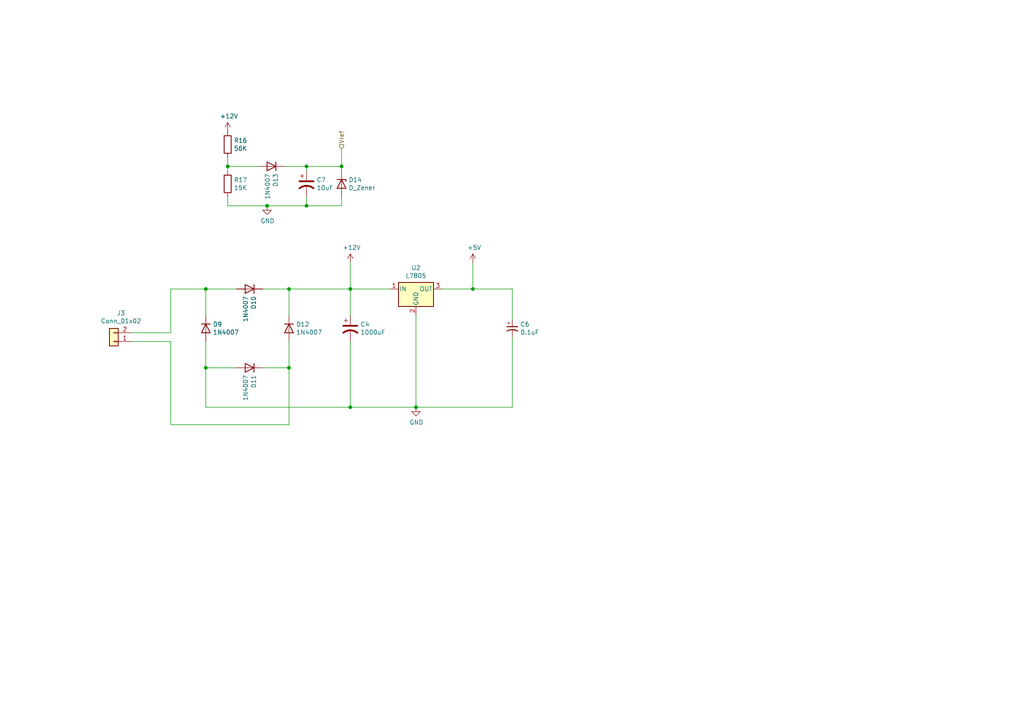
<source format=kicad_sch>
(kicad_sch (version 20211123) (generator eeschema)
  (paper "A4")
  (lib_symbols
    (symbol "Connector_Generic:Conn_01x02" (pin_names (offset 1.016) hide)
      (property "Reference" "J" (at 0 2.54 0))
      (property "Value" "Conn_01x02" (at 0 -5.08 0))
      (symbol "Conn_01x02_1_1"
        (rectangle (start -1.27 -2.413) (end 0 -2.667) (stroke (width 0.1524)))
        (rectangle (start -1.27 0.127) (end 0 -0.127) (stroke (width 0.1524)))
        (rectangle (start -1.27 1.27) (end 1.27 -3.81) (stroke (width 0.254)) (fill (type background)))
        (pin passive line (at -5.08 0 0) (length 3.81) (name "Pin_1") (number "1"))
        (pin passive line (at -5.08 -2.54 0) (length 3.81) (name "Pin_2") (number "2"))
      )
    )
    (symbol "Device:D_Zener" (pin_numbers hide) (pin_names (offset 1.016) hide)
      (property "Reference" "D" (at 0 2.54 0))
      (property "Value" "D_Zener" (at 0 -2.54 0))
      (symbol "D_Zener_0_1"
        (polyline (pts (xy 1.27 0) (xy -1.27 0)))
        (polyline (pts (xy -1.27 -1.27) (xy -1.27 1.27) (xy -0.762 1.27)) (stroke (width 0.254)))
        (polyline (pts (xy 1.27 -1.27) (xy 1.27 1.27) (xy -1.27 0) (xy 1.27 -1.27)) (stroke (width 0.254)))
      )
      (symbol "D_Zener_1_1"
        (pin passive line (at -3.81 0 0) (length 2.54) (name "K") (number "1"))
        (pin passive line (at 3.81 0 180) (length 2.54) (name "A") (number "2"))
      )
    )
    (symbol "Device:R" (pin_numbers hide) (pin_names (offset 0))
      (property "Reference" "R" (at 2.032 0 90))
      (property "Value" "R" (at 0 0 90))
      (symbol "R_0_1"
        (rectangle (start -1.016 -2.54) (end 1.016 2.54) (stroke (width 0.254)))
      )
      (symbol "R_1_1"
        (pin passive line (at 0 3.81 270) (length 1.27) (name "~") (number "1"))
        (pin passive line (at 0 -3.81 90) (length 1.27) (name "~") (number "2"))
      )
    )
    (symbol "Diode:1N4007" (pin_numbers hide) (pin_names (offset 1.016) hide)
      (property "Reference" "D" (at 0 2.54 0))
      (property "Value" "1N4007" (at 0 -2.54 0))
      (symbol "1N4007_0_1"
        (polyline (pts (xy -1.27 1.27) (xy -1.27 -1.27)) (stroke (width 0.254)))
        (polyline (pts (xy 1.27 0) (xy -1.27 0)))
        (polyline (pts (xy 1.27 1.27) (xy 1.27 -1.27) (xy -1.27 0) (xy 1.27 1.27)) (stroke (width 0.254)))
      )
      (symbol "1N4007_1_1"
        (pin passive line (at -3.81 0 0) (length 2.54) (name "K") (number "1"))
        (pin passive line (at 3.81 0 180) (length 2.54) (name "A") (number "2"))
      )
    )
    (symbol "Oflow_pcb-rescue:CP1-Device" (pin_numbers hide) (pin_names (offset 0.254) hide)
      (property "Reference" "C" (at 0.635 2.54 0))
      (property "Value" "CP1-Device" (at 0.635 -2.54 0))
      (symbol "CP1-Device_0_1"
        (polyline (pts (xy -2.032 0.762) (xy 2.032 0.762)) (stroke (width 0.508)))
        (polyline (pts (xy -1.778 2.286) (xy -0.762 2.286)))
        (polyline (pts (xy -1.27 1.778) (xy -1.27 2.794)))
        (arc (start 2.032 -1.27) (mid 0 -0.5572) (end -2.032 -1.27) (stroke (width 0.508)))
      )
      (symbol "CP1-Device_1_1"
        (pin passive line (at 0 3.81 270) (length 2.794) (name "~") (number "1"))
        (pin passive line (at 0 -3.81 90) (length 3.302) (name "~") (number "2"))
      )
    )
    (symbol "Oflow_pcb-rescue:CP1_Small-Device" (pin_numbers hide) (pin_names (offset 0.254) hide)
      (property "Reference" "C" (at 0.254 1.778 0))
      (property "Value" "CP1_Small-Device" (at 0.254 -2.032 0))
      (symbol "CP1_Small-Device_0_1"
        (polyline (pts (xy -1.524 0.508) (xy 1.524 0.508)) (stroke (width 0.3048)))
        (polyline (pts (xy -1.27 1.524) (xy -0.762 1.524)))
        (polyline (pts (xy -1.016 1.27) (xy -1.016 1.778)))
        (arc (start 1.524 -0.762) (mid 0 -0.3734) (end -1.524 -0.762) (stroke (width 0.3048)))
      )
      (symbol "CP1_Small-Device_1_1"
        (pin passive line (at 0 2.54 270) (length 2.032) (name "~") (number "1"))
        (pin passive line (at 0 -2.54 90) (length 2.032) (name "~") (number "2"))
      )
    )
    (symbol "Regulator_Linear:L7805" (pin_names (offset 0.254))
      (property "Reference" "U" (at -3.81 3.175 0))
      (property "Value" "L7805" (at 0 3.175 0))
      (symbol "L7805_0_1"
        (rectangle (start -5.08 1.905) (end 5.08 -5.08) (stroke (width 0.254)) (fill (type background)))
      )
      (symbol "L7805_1_1"
        (pin power_in line (at -7.62 0 0) (length 2.54) (name "IN") (number "1"))
        (pin power_in line (at 0 -7.62 90) (length 2.54) (name "GND") (number "2"))
        (pin power_out line (at 7.62 0 180) (length 2.54) (name "OUT") (number "3"))
      )
    )
    (symbol "power:+12V" (power) (pin_names (offset 0))
      (property "Value" "+12V" (at 0 3.556 0))
      (symbol "+12V_0_1"
        (polyline (pts (xy -0.762 1.27) (xy 0 2.54)))
        (polyline (pts (xy 0 0) (xy 0 2.54)))
        (polyline (pts (xy 0 2.54) (xy 0.762 1.27)))
      )
      (symbol "+12V_1_1"
        (pin power_in line (at 0 0 90) (length 0) hide (name "+12V") (number "1"))
      )
    )
    (symbol "power:+5V" (power) (pin_names (offset 0))
      (property "Value" "+5V" (at 0 3.556 0))
      (symbol "+5V_0_1"
        (polyline (pts (xy -0.762 1.27) (xy 0 2.54)))
        (polyline (pts (xy 0 0) (xy 0 2.54)))
        (polyline (pts (xy 0 2.54) (xy 0.762 1.27)))
      )
      (symbol "+5V_1_1"
        (pin power_in line (at 0 0 90) (length 0) hide (name "+5V") (number "1"))
      )
    )
    (symbol "power:GND" (power) (pin_names (offset 0))
      (property "Value" "GND" (at 0 -3.81 0))
      (symbol "GND_0_1"
        (polyline (pts (xy 0 0) (xy 0 -1.27) (xy 1.27 -1.27) (xy 0 -2.54) (xy -1.27 -1.27) (xy 0 -1.27)))
      )
      (symbol "GND_1_1"
        (pin power_in line (at 0 0 270) (length 0) hide (name "GND") (number "1"))
      )
    )
  )
  (junction (at 120.65 118.11))
  (junction (at 88.9 59.69))
  (junction (at 88.9 48.26))
  (junction (at 59.69 83.82))
  (junction (at 101.6 118.11))
  (junction (at 83.82 83.82))
  (junction (at 77.47 59.69))
  (junction (at 99.06 48.26))
  (junction (at 101.6 83.82))
  (junction (at 83.82 106.68))
  (junction (at 137.16 83.82))
  (junction (at 59.69 106.68))
  (junction (at 66.04 48.26))
  (wire (pts (xy 101.6 118.11) (xy 101.6 99.06)))
  (wire (pts (xy 120.65 118.11) (xy 148.59 118.11)))
  (wire (pts (xy 49.53 99.06) (xy 49.53 123.19)))
  (wire (pts (xy 99.06 43.18) (xy 99.06 48.26)))
  (wire (pts (xy 38.1 99.06) (xy 49.53 99.06)))
  (wire (pts (xy 128.27 83.82) (xy 137.16 83.82)))
  (wire (pts (xy 83.82 83.82) (xy 101.6 83.82)))
  (wire (pts (xy 137.16 83.82) (xy 148.59 83.82)))
  (wire (pts (xy 77.47 59.69) (xy 66.04 59.69)))
  (wire (pts (xy 88.9 59.69) (xy 99.06 59.69)))
  (wire (pts (xy 83.82 83.82) (xy 83.82 91.44)))
  (wire (pts (xy 74.93 48.26) (xy 66.04 48.26)))
  (wire (pts (xy 66.04 48.26) (xy 66.04 49.53)))
  (wire (pts (xy 59.69 106.68) (xy 59.69 99.06)))
  (wire (pts (xy 83.82 106.68) (xy 83.82 123.19)))
  (wire (pts (xy 59.69 83.82) (xy 68.58 83.82)))
  (wire (pts (xy 113.03 83.82) (xy 101.6 83.82)))
  (wire (pts (xy 76.2 83.82) (xy 83.82 83.82)))
  (wire (pts (xy 148.59 83.82) (xy 148.59 92.71)))
  (wire (pts (xy 99.06 48.26) (xy 99.06 49.53)))
  (wire (pts (xy 83.82 99.06) (xy 83.82 106.68)))
  (wire (pts (xy 49.53 123.19) (xy 83.82 123.19)))
  (wire (pts (xy 66.04 59.69) (xy 66.04 57.15)))
  (wire (pts (xy 49.53 83.82) (xy 59.69 83.82)))
  (wire (pts (xy 88.9 48.26) (xy 99.06 48.26)))
  (wire (pts (xy 88.9 57.15) (xy 88.9 59.69)))
  (wire (pts (xy 99.06 59.69) (xy 99.06 57.15)))
  (wire (pts (xy 88.9 48.26) (xy 88.9 49.53)))
  (wire (pts (xy 68.58 106.68) (xy 59.69 106.68)))
  (wire (pts (xy 101.6 83.82) (xy 101.6 91.44)))
  (wire (pts (xy 101.6 118.11) (xy 120.65 118.11)))
  (wire (pts (xy 82.55 48.26) (xy 88.9 48.26)))
  (wire (pts (xy 137.16 76.2) (xy 137.16 83.82)))
  (wire (pts (xy 148.59 97.79) (xy 148.59 118.11)))
  (wire (pts (xy 38.1 96.52) (xy 49.53 96.52)))
  (wire (pts (xy 59.69 106.68) (xy 59.69 118.11)))
  (wire (pts (xy 83.82 106.68) (xy 76.2 106.68)))
  (wire (pts (xy 88.9 59.69) (xy 77.47 59.69)))
  (wire (pts (xy 59.69 91.44) (xy 59.69 83.82)))
  (wire (pts (xy 120.65 118.11) (xy 120.65 91.44)))
  (wire (pts (xy 59.69 118.11) (xy 101.6 118.11)))
  (wire (pts (xy 101.6 76.2) (xy 101.6 83.82)))
  (wire (pts (xy 49.53 96.52) (xy 49.53 83.82)))
  (wire (pts (xy 66.04 45.72) (xy 66.04 48.26)))
  (hierarchical_label "Vref" (shape input) (at 99.06 43.18 90))
  (symbol (lib_id "Diode:1N4007") (at 59.69 95.25 270) (unit 1)
    (property "Reference" "D9" (at 61.722 94.0816 90) (effects (justify left)))
    (property "Value" "1N4007" (at 61.722 96.393 90) (effects (justify left)))
    (property "Footprint" "Diode_THT:D_DO-41_SOD81_P10.16mm_Horizontal" (effects hide))
    (property "Datasheet" "http://www.vishay.com/docs/88503/1n4001.pdf" (effects hide))
  )
  (symbol (lib_id "Diode:1N4007") (at 72.39 83.82 180) (unit 1)
    (property "Reference" "D10" (at 73.5584 85.852 90) (effects (justify left)))
    (property "Value" "1N4007" (at 71.247 85.852 90) (effects (justify left)))
    (property "Footprint" "Diode_THT:D_DO-41_SOD81_P10.16mm_Horizontal" (effects hide))
    (property "Datasheet" "http://www.vishay.com/docs/88503/1n4001.pdf" (effects hide))
  )
  (symbol (lib_id "Diode:1N4007") (at 72.39 106.68 180) (unit 1)
    (property "Reference" "D11" (at 73.5584 108.712 90) (effects (justify left)))
    (property "Value" "1N4007" (at 71.247 108.712 90) (effects (justify left)))
    (property "Footprint" "Diode_THT:D_DO-41_SOD81_P10.16mm_Horizontal" (effects hide))
    (property "Datasheet" "http://www.vishay.com/docs/88503/1n4001.pdf" (effects hide))
  )
  (symbol (lib_id "Diode:1N4007") (at 83.82 95.25 270) (unit 1)
    (property "Reference" "D12" (at 85.852 94.0816 90) (effects (justify left)))
    (property "Value" "1N4007" (at 85.852 96.393 90) (effects (justify left)))
    (property "Footprint" "Diode_THT:D_DO-41_SOD81_P10.16mm_Horizontal" (effects hide))
    (property "Datasheet" "http://www.vishay.com/docs/88503/1n4001.pdf" (effects hide))
  )
  (symbol (lib_id "Connector_Generic:Conn_01x02") (at 33.02 99.06 180) (unit 1)
    (property "Reference" "J3" (at 35.1028 90.805 0))
    (property "Value" "Conn_01x02" (at 35.1028 93.1164 0))
    (property "Footprint" "myLib:TerminalBlock_bornier-2_P5.08mm" (effects hide))
  )
  (symbol (lib_id "Oflow_pcb-rescue:CP1-Device") (at 101.6 95.25 0) (unit 1)
    (property "Reference" "C4" (at 104.521 94.0816 0) (effects (justify left)))
    (property "Value" "1000uF" (at 104.521 96.393 0) (effects (justify left)))
    (property "Footprint" "myLib:CP_Radial_D10.0mm_P5.00mm" (effects hide))
  )
  (symbol (lib_id "Regulator_Linear:L7805") (at 120.65 83.82 0) (unit 1)
    (property "Reference" "U2" (at 120.65 77.6732 0))
    (property "Value" "L7805" (at 120.65 79.9846 0))
    (property "Footprint" "myLib:TO-220-3_Vertical" (effects hide))
    (property "Datasheet" "http://www.st.com/content/ccc/resource/technical/document/datasheet/41/4f/b3/b0/12/d4/47/88/CD00000444.pdf/files/CD00000444.pdf/jcr:content/translations/en.CD00000444.pdf" (effects hide))
  )
  (symbol (lib_id "power:GND") (at 120.65 118.11 0) (unit 1)
    (property "Reference" "#PWR0101" (effects hide))
    (property "Value" "GND" (at 120.777 122.5042 0))
  )
  (symbol (lib_id "power:+5V") (at 137.16 76.2 0) (unit 1)
    (property "Reference" "#PWR0102" (effects hide))
    (property "Value" "+5V" (at 137.541 71.8058 0))
  )
  (symbol (lib_id "Oflow_pcb-rescue:CP1_Small-Device") (at 148.59 95.25 0) (unit 1)
    (property "Reference" "C6" (at 150.9014 94.0816 0) (effects (justify left)))
    (property "Value" "0.1uF" (at 150.9014 96.393 0) (effects (justify left)))
    (property "Footprint" "myLib:CP_Radial_D5.0mm_P2.50mm" (effects hide))
  )
  (symbol (lib_id "Device:R") (at 66.04 41.91 0) (unit 1)
    (property "Reference" "R16" (at 67.818 40.7416 0) (effects (justify left)))
    (property "Value" "56K" (at 67.818 43.053 0) (effects (justify left)))
    (property "Footprint" "Resistor_THT:R_Axial_DIN0207_L6.3mm_D2.5mm_P10.16mm_Horizontal" (effects hide))
  )
  (symbol (lib_id "Device:R") (at 66.04 53.34 0) (unit 1)
    (property "Reference" "R17" (at 67.818 52.1716 0) (effects (justify left)))
    (property "Value" "15K" (at 67.818 54.483 0) (effects (justify left)))
    (property "Footprint" "Resistor_THT:R_Axial_DIN0207_L6.3mm_D2.5mm_P10.16mm_Horizontal" (effects hide))
  )
  (symbol (lib_id "Diode:1N4007") (at 78.74 48.26 180) (unit 1)
    (property "Reference" "D13" (at 79.9084 50.292 90) (effects (justify left)))
    (property "Value" "1N4007" (at 77.597 50.292 90) (effects (justify left)))
    (property "Footprint" "Diode_THT:D_DO-41_SOD81_P10.16mm_Horizontal" (effects hide))
    (property "Datasheet" "http://www.vishay.com/docs/88503/1n4001.pdf" (effects hide))
  )
  (symbol (lib_id "Oflow_pcb-rescue:CP1-Device") (at 88.9 53.34 0) (unit 1)
    (property "Reference" "C7" (at 91.821 52.1716 0) (effects (justify left)))
    (property "Value" "10uF" (at 91.821 54.483 0) (effects (justify left)))
    (property "Footprint" "myLib:CP_Radial_D5.0mm_P2.50mm" (effects hide))
  )
  (symbol (lib_id "power:GND") (at 77.47 59.69 0) (unit 1)
    (property "Reference" "#PWR0107" (effects hide))
    (property "Value" "GND" (at 77.597 64.0842 0))
  )
  (symbol (lib_id "power:+12V") (at 66.04 38.1 0) (unit 1)
    (property "Reference" "#PWR0108" (effects hide))
    (property "Value" "+12V" (at 66.421 33.7058 0))
  )
  (symbol (lib_id "Device:D_Zener") (at 99.06 53.34 270) (unit 1)
    (property "Reference" "D14" (at 101.092 52.1716 90) (effects (justify left)))
    (property "Value" "D_Zener" (at 101.092 54.483 90) (effects (justify left)))
    (property "Footprint" "Diode_THT:D_DO-41_SOD81_P10.16mm_Horizontal" (effects hide))
  )
  (symbol (lib_id "power:+12V") (at 101.6 76.2 0) (unit 1)
    (property "Reference" "#PWR0106" (effects hide))
    (property "Value" "+12V" (at 101.981 71.8058 0))
  )
)
</source>
